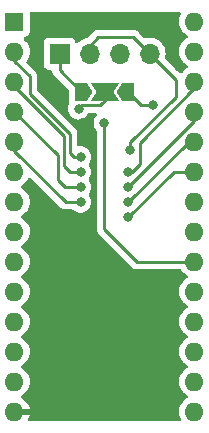
<source format=gbr>
%TF.GenerationSoftware,KiCad,Pcbnew,(6.0.11)*%
%TF.CreationDate,2024-01-03T21:38:51+00:00*%
%TF.ProjectId,BBCB-SWROM-32,42424342-2d53-4575-924f-4d2d33322e6b,rev?*%
%TF.SameCoordinates,Original*%
%TF.FileFunction,Copper,L2,Bot*%
%TF.FilePolarity,Positive*%
%FSLAX46Y46*%
G04 Gerber Fmt 4.6, Leading zero omitted, Abs format (unit mm)*
G04 Created by KiCad (PCBNEW (6.0.11)) date 2024-01-03 21:38:51*
%MOMM*%
%LPD*%
G01*
G04 APERTURE LIST*
G04 Aperture macros list*
%AMFreePoly0*
4,1,6,1.000000,0.000000,0.500000,-0.750000,-0.500000,-0.750000,-0.500000,0.750000,0.500000,0.750000,1.000000,0.000000,1.000000,0.000000,$1*%
%AMFreePoly1*
4,1,7,0.700000,0.000000,1.200000,-0.750000,-1.200000,-0.750000,-0.700000,0.000000,-1.200000,0.750000,1.200000,0.750000,0.700000,0.000000,0.700000,0.000000,$1*%
G04 Aperture macros list end*
%TA.AperFunction,ComponentPad*%
%ADD10R,1.600000X1.600000*%
%TD*%
%TA.AperFunction,ComponentPad*%
%ADD11O,1.600000X1.600000*%
%TD*%
%TA.AperFunction,ComponentPad*%
%ADD12R,1.700000X1.700000*%
%TD*%
%TA.AperFunction,ComponentPad*%
%ADD13O,1.700000X1.700000*%
%TD*%
%TA.AperFunction,SMDPad,CuDef*%
%ADD14FreePoly0,0.000000*%
%TD*%
%TA.AperFunction,SMDPad,CuDef*%
%ADD15FreePoly1,0.000000*%
%TD*%
%TA.AperFunction,SMDPad,CuDef*%
%ADD16FreePoly0,180.000000*%
%TD*%
%TA.AperFunction,ViaPad*%
%ADD17C,0.800000*%
%TD*%
%TA.AperFunction,Conductor*%
%ADD18C,0.250000*%
%TD*%
G04 APERTURE END LIST*
D10*
%TO.P,U1,1,A14*%
%TO.N,unconnected-(U1-Pad1)*%
X145500000Y-69755000D03*
D11*
%TO.P,U1,2,A12*%
%TO.N,/A12*%
X145500000Y-72295000D03*
%TO.P,U1,3,A7*%
%TO.N,/A7*%
X145500000Y-74835000D03*
%TO.P,U1,4,A6*%
%TO.N,/A6*%
X145500000Y-77375000D03*
%TO.P,U1,5,A5*%
%TO.N,/A5*%
X145500000Y-79915000D03*
%TO.P,U1,6,A4*%
%TO.N,/A4*%
X145500000Y-82455000D03*
%TO.P,U1,7,A3*%
%TO.N,/A3*%
X145500000Y-84995000D03*
%TO.P,U1,8,A2*%
%TO.N,/A2*%
X145500000Y-87535000D03*
%TO.P,U1,9,A1*%
%TO.N,/A1*%
X145500000Y-90075000D03*
%TO.P,U1,10,A0*%
%TO.N,/A0*%
X145500000Y-92615000D03*
%TO.P,U1,11,DQ0*%
%TO.N,/DQ0*%
X145500000Y-95155000D03*
%TO.P,U1,12,DQ1*%
%TO.N,/DQ1*%
X145500000Y-97695000D03*
%TO.P,U1,13,DQ2*%
%TO.N,/DQ2*%
X145500000Y-100235000D03*
%TO.P,U1,14,VSS*%
%TO.N,GND*%
X145500000Y-102775000D03*
%TO.P,U1,15,DQ3*%
%TO.N,/DQ3*%
X160740000Y-102775000D03*
%TO.P,U1,16,DQ4*%
%TO.N,/DQ4*%
X160740000Y-100235000D03*
%TO.P,U1,17,DQ5*%
%TO.N,/DQ5*%
X160740000Y-97695000D03*
%TO.P,U1,18,DQ6*%
%TO.N,/DQ6*%
X160740000Y-95155000D03*
%TO.P,U1,19,DQ7*%
%TO.N,/DQ7*%
X160740000Y-92615000D03*
%TO.P,U1,20,~{CE}*%
%TO.N,/CE*%
X160740000Y-90075000D03*
%TO.P,U1,21,A10*%
%TO.N,/A10*%
X160740000Y-87535000D03*
%TO.P,U1,22,~{OE}*%
%TO.N,/OE*%
X160740000Y-84995000D03*
%TO.P,U1,23,A11*%
%TO.N,/A11*%
X160740000Y-82455000D03*
%TO.P,U1,24,A9*%
%TO.N,/A9*%
X160740000Y-79915000D03*
%TO.P,U1,25,A8*%
%TO.N,/A8*%
X160740000Y-77375000D03*
%TO.P,U1,26,A13*%
%TO.N,/A13*%
X160740000Y-74835000D03*
%TO.P,U1,27,~{WE}*%
%TO.N,unconnected-(U1-Pad27)*%
X160740000Y-72295000D03*
%TO.P,U1,28,VDD*%
%TO.N,+5V*%
X160740000Y-69755000D03*
%TD*%
D12*
%TO.P,J1,1,Pin_1*%
%TO.N,/nPhi1*%
X149325000Y-72475000D03*
D13*
%TO.P,J1,2,Pin_2*%
%TO.N,/WE*%
X151865000Y-72475000D03*
%TO.P,J1,3,Pin_3*%
%TO.N,/A14*%
X154405000Y-72475000D03*
%TO.P,J1,4,Pin_4*%
%TO.N,/WE*%
X156945000Y-72475000D03*
%TD*%
D14*
%TO.P,JP1,1,A*%
%TO.N,/nPhi1*%
X151135000Y-75700000D03*
D15*
%TO.P,JP1,2,C*%
%TO.N,Net-(JP1-Pad2)*%
X153135000Y-75700000D03*
D16*
%TO.P,JP1,3,B*%
%TO.N,/OE*%
X155135000Y-75700000D03*
%TD*%
D17*
%TO.N,/A12*%
X151100000Y-81215000D03*
%TO.N,/A7*%
X151100000Y-82485000D03*
%TO.N,/A6*%
X151100000Y-83755000D03*
%TO.N,/A5*%
X151100000Y-85025000D03*
%TO.N,GND*%
X159470000Y-73560000D03*
X151190000Y-78360000D03*
X150240000Y-96480000D03*
%TO.N,/CE*%
X153110000Y-78310000D03*
%TO.N,/OE*%
X157255000Y-76815000D03*
%TO.N,/A11*%
X155150000Y-86295000D03*
%TO.N,/A9*%
X155150000Y-85025000D03*
%TO.N,/A8*%
X155150000Y-83755000D03*
%TO.N,/A13*%
X155150000Y-82485000D03*
%TO.N,Net-(JP1-Pad2)*%
X150930000Y-77140000D03*
%TO.N,/WE*%
X155300000Y-80630000D03*
%TD*%
D18*
%TO.N,/A12*%
X145500000Y-72295000D02*
X145500000Y-73100000D01*
X150515000Y-81215000D02*
X151100000Y-81215000D01*
X145500000Y-73100000D02*
X146780000Y-74380000D01*
X150200000Y-80900000D02*
X150515000Y-81215000D01*
X146780000Y-74380000D02*
X146780000Y-75860000D01*
X146780000Y-75860000D02*
X150200000Y-79280000D01*
X150200000Y-79280000D02*
X150200000Y-80900000D01*
%TO.N,/A7*%
X145500000Y-75250000D02*
X149700000Y-79450000D01*
X150185000Y-82485000D02*
X151100000Y-82485000D01*
X145500000Y-74835000D02*
X145500000Y-75250000D01*
X149700000Y-79450000D02*
X149700000Y-82000000D01*
X149700000Y-82000000D02*
X150185000Y-82485000D01*
%TO.N,/A6*%
X145500000Y-77375000D02*
X149200000Y-81075000D01*
X149200000Y-83200000D02*
X149755000Y-83755000D01*
X149200000Y-81075000D02*
X149200000Y-83200000D01*
X149755000Y-83755000D02*
X151100000Y-83755000D01*
%TO.N,/A5*%
X145500000Y-79915000D02*
X145500000Y-80700000D01*
X145500000Y-80700000D02*
X149825000Y-85025000D01*
X149825000Y-85025000D02*
X151100000Y-85025000D01*
%TO.N,/CE*%
X160740000Y-90075000D02*
X155845000Y-90075000D01*
X154040000Y-88270000D02*
X153110000Y-87340000D01*
X153110000Y-87340000D02*
X153110000Y-78310000D01*
X155845000Y-90075000D02*
X154040000Y-88270000D01*
%TO.N,/OE*%
X157255000Y-76815000D02*
X156250000Y-76815000D01*
X156250000Y-76815000D02*
X155135000Y-75700000D01*
%TO.N,/A11*%
X158990000Y-82455000D02*
X155150000Y-86295000D01*
X160740000Y-82455000D02*
X158990000Y-82455000D01*
%TO.N,/A9*%
X160740000Y-79915000D02*
X160260000Y-79915000D01*
X160260000Y-79915000D02*
X155150000Y-85025000D01*
%TO.N,/A8*%
X160740000Y-78165000D02*
X155150000Y-83755000D01*
X160740000Y-77375000D02*
X160740000Y-78165000D01*
%TO.N,/A13*%
X156100000Y-81850000D02*
X155465000Y-82485000D01*
X156100000Y-80030000D02*
X156100000Y-81850000D01*
X160740000Y-75390000D02*
X156100000Y-80030000D01*
X160740000Y-74835000D02*
X160740000Y-75390000D01*
X155465000Y-82485000D02*
X155150000Y-82485000D01*
%TO.N,/nPhi1*%
X149325000Y-73890000D02*
X151135000Y-75700000D01*
X149325000Y-72475000D02*
X149325000Y-73890000D01*
%TO.N,Net-(JP1-Pad2)*%
X152940000Y-76670000D02*
X152770000Y-76840000D01*
X153135000Y-75700000D02*
X153135000Y-76475000D01*
X151230000Y-76840000D02*
X150930000Y-77140000D01*
X151390000Y-76840000D02*
X151230000Y-76840000D01*
X153135000Y-76475000D02*
X152940000Y-76670000D01*
X152770000Y-76840000D02*
X151390000Y-76840000D01*
%TO.N,/WE*%
X152600000Y-71090000D02*
X155560000Y-71090000D01*
X151865000Y-72475000D02*
X151865000Y-71825000D01*
X155560000Y-71090000D02*
X156945000Y-72475000D01*
X159150000Y-74680000D02*
X159150000Y-76130000D01*
X155300000Y-79980000D02*
X155300000Y-80630000D01*
X156945000Y-72475000D02*
X159150000Y-74680000D01*
X159150000Y-76130000D02*
X155300000Y-79980000D01*
X151865000Y-71825000D02*
X152600000Y-71090000D01*
%TD*%
%TA.AperFunction,Conductor*%
%TO.N,GND*%
G36*
X159556692Y-68938502D02*
G01*
X159603185Y-68992158D01*
X159613289Y-69062432D01*
X159601118Y-69097617D01*
X159602477Y-69098251D01*
X159505716Y-69305757D01*
X159446457Y-69526913D01*
X159426502Y-69755000D01*
X159446457Y-69983087D01*
X159505716Y-70204243D01*
X159508039Y-70209224D01*
X159508039Y-70209225D01*
X159600151Y-70406762D01*
X159600154Y-70406767D01*
X159602477Y-70411749D01*
X159646377Y-70474444D01*
X159728039Y-70591069D01*
X159733802Y-70599300D01*
X159895700Y-70761198D01*
X159900208Y-70764355D01*
X159900211Y-70764357D01*
X159941542Y-70793297D01*
X160083251Y-70892523D01*
X160088233Y-70894846D01*
X160088238Y-70894849D01*
X160122457Y-70910805D01*
X160175742Y-70957722D01*
X160195203Y-71025999D01*
X160174661Y-71093959D01*
X160122457Y-71139195D01*
X160088238Y-71155151D01*
X160088233Y-71155154D01*
X160083251Y-71157477D01*
X160051412Y-71179771D01*
X159900211Y-71285643D01*
X159900208Y-71285645D01*
X159895700Y-71288802D01*
X159733802Y-71450700D01*
X159730645Y-71455208D01*
X159730643Y-71455211D01*
X159711976Y-71481870D01*
X159602477Y-71638251D01*
X159600154Y-71643233D01*
X159600151Y-71643238D01*
X159526269Y-71801680D01*
X159505716Y-71845757D01*
X159446457Y-72066913D01*
X159426502Y-72295000D01*
X159446457Y-72523087D01*
X159505716Y-72744243D01*
X159508039Y-72749224D01*
X159508039Y-72749225D01*
X159600151Y-72946762D01*
X159600154Y-72946767D01*
X159602477Y-72951749D01*
X159733802Y-73139300D01*
X159895700Y-73301198D01*
X159900208Y-73304355D01*
X159900211Y-73304357D01*
X159971526Y-73354292D01*
X160083251Y-73432523D01*
X160088233Y-73434846D01*
X160088238Y-73434849D01*
X160122457Y-73450805D01*
X160175742Y-73497722D01*
X160195203Y-73565999D01*
X160174661Y-73633959D01*
X160122457Y-73679195D01*
X160088238Y-73695151D01*
X160088233Y-73695154D01*
X160083251Y-73697477D01*
X159979351Y-73770229D01*
X159900211Y-73825643D01*
X159900208Y-73825645D01*
X159895700Y-73828802D01*
X159733802Y-73990700D01*
X159730645Y-73995208D01*
X159730643Y-73995211D01*
X159664586Y-74089550D01*
X159609129Y-74133878D01*
X159538509Y-74141187D01*
X159472278Y-74106374D01*
X158895189Y-73529284D01*
X158296218Y-72930313D01*
X158262192Y-72868001D01*
X158264755Y-72804589D01*
X158275865Y-72768022D01*
X158277370Y-72763069D01*
X158306529Y-72541590D01*
X158308156Y-72475000D01*
X158289852Y-72252361D01*
X158235431Y-72035702D01*
X158146354Y-71830840D01*
X158025014Y-71643277D01*
X157874670Y-71478051D01*
X157870619Y-71474852D01*
X157870615Y-71474848D01*
X157703414Y-71342800D01*
X157703410Y-71342798D01*
X157699359Y-71339598D01*
X157503789Y-71231638D01*
X157498920Y-71229914D01*
X157498916Y-71229912D01*
X157298087Y-71158795D01*
X157298083Y-71158794D01*
X157293212Y-71157069D01*
X157288119Y-71156162D01*
X157288116Y-71156161D01*
X157078373Y-71118800D01*
X157078367Y-71118799D01*
X157073284Y-71117894D01*
X156999452Y-71116992D01*
X156855081Y-71115228D01*
X156855079Y-71115228D01*
X156849911Y-71115165D01*
X156629091Y-71148955D01*
X156616532Y-71153060D01*
X156545568Y-71155210D01*
X156488294Y-71122389D01*
X156063652Y-70697747D01*
X156056112Y-70689461D01*
X156052000Y-70682982D01*
X156033188Y-70665316D01*
X156002349Y-70636357D01*
X155999507Y-70633602D01*
X155979770Y-70613865D01*
X155976573Y-70611385D01*
X155967551Y-70603680D01*
X155954122Y-70591069D01*
X155935321Y-70573414D01*
X155928375Y-70569595D01*
X155928372Y-70569593D01*
X155917566Y-70563652D01*
X155901047Y-70552801D01*
X155900583Y-70552441D01*
X155885041Y-70540386D01*
X155877772Y-70537241D01*
X155877768Y-70537238D01*
X155844463Y-70522826D01*
X155833813Y-70517609D01*
X155795060Y-70496305D01*
X155775437Y-70491267D01*
X155756734Y-70484863D01*
X155745420Y-70479967D01*
X155745419Y-70479967D01*
X155738145Y-70476819D01*
X155730322Y-70475580D01*
X155730312Y-70475577D01*
X155694476Y-70469901D01*
X155682856Y-70467495D01*
X155647711Y-70458472D01*
X155647710Y-70458472D01*
X155640030Y-70456500D01*
X155619776Y-70456500D01*
X155600065Y-70454949D01*
X155587886Y-70453020D01*
X155580057Y-70451780D01*
X155550786Y-70454547D01*
X155536039Y-70455941D01*
X155524181Y-70456500D01*
X152678767Y-70456500D01*
X152667584Y-70455973D01*
X152660091Y-70454298D01*
X152652165Y-70454547D01*
X152652164Y-70454547D01*
X152592001Y-70456438D01*
X152588043Y-70456500D01*
X152560144Y-70456500D01*
X152556154Y-70457004D01*
X152544320Y-70457936D01*
X152500111Y-70459326D01*
X152492497Y-70461538D01*
X152492492Y-70461539D01*
X152480659Y-70464977D01*
X152461296Y-70468988D01*
X152441203Y-70471526D01*
X152433836Y-70474443D01*
X152433831Y-70474444D01*
X152400092Y-70487802D01*
X152388865Y-70491646D01*
X152346407Y-70503982D01*
X152339581Y-70508019D01*
X152328972Y-70514293D01*
X152311224Y-70522988D01*
X152292383Y-70530448D01*
X152285967Y-70535110D01*
X152285966Y-70535110D01*
X152256613Y-70556436D01*
X152246693Y-70562952D01*
X152215465Y-70581420D01*
X152215462Y-70581422D01*
X152208638Y-70585458D01*
X152194317Y-70599779D01*
X152179284Y-70612619D01*
X152162893Y-70624528D01*
X152136516Y-70656413D01*
X152134712Y-70658593D01*
X152126722Y-70667374D01*
X151691699Y-71102396D01*
X151629387Y-71136421D01*
X151621667Y-71137849D01*
X151549091Y-71148955D01*
X151336756Y-71218357D01*
X151306443Y-71234137D01*
X151193947Y-71292699D01*
X151138607Y-71321507D01*
X151134474Y-71324610D01*
X151134471Y-71324612D01*
X150964100Y-71452530D01*
X150959965Y-71455635D01*
X150903537Y-71514684D01*
X150879283Y-71540064D01*
X150817759Y-71575494D01*
X150746846Y-71572037D01*
X150689060Y-71530791D01*
X150670207Y-71497243D01*
X150628767Y-71386703D01*
X150625615Y-71378295D01*
X150538261Y-71261739D01*
X150421705Y-71174385D01*
X150285316Y-71123255D01*
X150223134Y-71116500D01*
X148426866Y-71116500D01*
X148364684Y-71123255D01*
X148228295Y-71174385D01*
X148111739Y-71261739D01*
X148024385Y-71378295D01*
X147973255Y-71514684D01*
X147966500Y-71576866D01*
X147966500Y-73373134D01*
X147973255Y-73435316D01*
X148024385Y-73571705D01*
X148111739Y-73688261D01*
X148228295Y-73775615D01*
X148364684Y-73826745D01*
X148426866Y-73833500D01*
X148567309Y-73833500D01*
X148635430Y-73853502D01*
X148681923Y-73907158D01*
X148693247Y-73955540D01*
X148694327Y-73989889D01*
X148699978Y-74009339D01*
X148703987Y-74028700D01*
X148706526Y-74048797D01*
X148709445Y-74056168D01*
X148709445Y-74056170D01*
X148722804Y-74089912D01*
X148726649Y-74101142D01*
X148736200Y-74134016D01*
X148738982Y-74143593D01*
X148743015Y-74150412D01*
X148743017Y-74150417D01*
X148749293Y-74161028D01*
X148757988Y-74178776D01*
X148765448Y-74197617D01*
X148770110Y-74204033D01*
X148770110Y-74204034D01*
X148791436Y-74233387D01*
X148797952Y-74243307D01*
X148815213Y-74272493D01*
X148820458Y-74281362D01*
X148834779Y-74295683D01*
X148847619Y-74310716D01*
X148859528Y-74327107D01*
X148870550Y-74336225D01*
X148893605Y-74355298D01*
X148902384Y-74363288D01*
X150084366Y-75545270D01*
X150118392Y-75607582D01*
X150121271Y-75634365D01*
X150121271Y-76450000D01*
X150126500Y-76523111D01*
X150128404Y-76529594D01*
X150148590Y-76598343D01*
X150148590Y-76669339D01*
X150136814Y-76696839D01*
X150095473Y-76768444D01*
X150036458Y-76950072D01*
X150035768Y-76956633D01*
X150035768Y-76956635D01*
X150034720Y-76966608D01*
X150016496Y-77140000D01*
X150017186Y-77146565D01*
X150035752Y-77323207D01*
X150036458Y-77329928D01*
X150095473Y-77511556D01*
X150098776Y-77517278D01*
X150098777Y-77517279D01*
X150101943Y-77522763D01*
X150190960Y-77676944D01*
X150195378Y-77681851D01*
X150195379Y-77681852D01*
X150314325Y-77813955D01*
X150318747Y-77818866D01*
X150473248Y-77931118D01*
X150479276Y-77933802D01*
X150479278Y-77933803D01*
X150641681Y-78006109D01*
X150647712Y-78008794D01*
X150741113Y-78028647D01*
X150828056Y-78047128D01*
X150828061Y-78047128D01*
X150834513Y-78048500D01*
X151025487Y-78048500D01*
X151031939Y-78047128D01*
X151031944Y-78047128D01*
X151118887Y-78028647D01*
X151212288Y-78008794D01*
X151218319Y-78006109D01*
X151380722Y-77933803D01*
X151380724Y-77933802D01*
X151386752Y-77931118D01*
X151541253Y-77818866D01*
X151545675Y-77813955D01*
X151664621Y-77681852D01*
X151664622Y-77681851D01*
X151669040Y-77676944D01*
X151672339Y-77671231D01*
X151672342Y-77671226D01*
X151750126Y-77536500D01*
X151801509Y-77487507D01*
X151859245Y-77473500D01*
X152357681Y-77473500D01*
X152425802Y-77493502D01*
X152472295Y-77547158D01*
X152482399Y-77617432D01*
X152451317Y-77683810D01*
X152401840Y-77738760D01*
X152370960Y-77773056D01*
X152367659Y-77778774D01*
X152279703Y-77931118D01*
X152275473Y-77938444D01*
X152216458Y-78120072D01*
X152196496Y-78310000D01*
X152216458Y-78499928D01*
X152275473Y-78681556D01*
X152370960Y-78846944D01*
X152444137Y-78928215D01*
X152474853Y-78992221D01*
X152476500Y-79012524D01*
X152476500Y-87261233D01*
X152475973Y-87272416D01*
X152474298Y-87279909D01*
X152474547Y-87287835D01*
X152474547Y-87287836D01*
X152476438Y-87347986D01*
X152476500Y-87351945D01*
X152476500Y-87379856D01*
X152476997Y-87383790D01*
X152476997Y-87383791D01*
X152477005Y-87383856D01*
X152477938Y-87395693D01*
X152479327Y-87439889D01*
X152484978Y-87459339D01*
X152488987Y-87478700D01*
X152491526Y-87498797D01*
X152494445Y-87506168D01*
X152494445Y-87506170D01*
X152507804Y-87539912D01*
X152511649Y-87551142D01*
X152523982Y-87593593D01*
X152528015Y-87600412D01*
X152528017Y-87600417D01*
X152534293Y-87611028D01*
X152542988Y-87628776D01*
X152550448Y-87647617D01*
X152555110Y-87654033D01*
X152555110Y-87654034D01*
X152576436Y-87683387D01*
X152582952Y-87693307D01*
X152605458Y-87731362D01*
X152619779Y-87745683D01*
X152632619Y-87760716D01*
X152644528Y-87777107D01*
X152650634Y-87782158D01*
X152678605Y-87805298D01*
X152687384Y-87813288D01*
X155341343Y-90467247D01*
X155348887Y-90475537D01*
X155353000Y-90482018D01*
X155358777Y-90487443D01*
X155402667Y-90528658D01*
X155405509Y-90531413D01*
X155425230Y-90551134D01*
X155428425Y-90553612D01*
X155437447Y-90561318D01*
X155469679Y-90591586D01*
X155476628Y-90595406D01*
X155487432Y-90601346D01*
X155503956Y-90612199D01*
X155519959Y-90624613D01*
X155560543Y-90642176D01*
X155571173Y-90647383D01*
X155609940Y-90668695D01*
X155617617Y-90670666D01*
X155617622Y-90670668D01*
X155629558Y-90673732D01*
X155648266Y-90680137D01*
X155666855Y-90688181D01*
X155674680Y-90689420D01*
X155674682Y-90689421D01*
X155710519Y-90695097D01*
X155722140Y-90697504D01*
X155757289Y-90706528D01*
X155764970Y-90708500D01*
X155785231Y-90708500D01*
X155804940Y-90710051D01*
X155824943Y-90713219D01*
X155832835Y-90712473D01*
X155838062Y-90711979D01*
X155868954Y-90709059D01*
X155880811Y-90708500D01*
X159520606Y-90708500D01*
X159588727Y-90728502D01*
X159623819Y-90762229D01*
X159733802Y-90919300D01*
X159895700Y-91081198D01*
X159900208Y-91084355D01*
X159900211Y-91084357D01*
X159978389Y-91139098D01*
X160083251Y-91212523D01*
X160088233Y-91214846D01*
X160088238Y-91214849D01*
X160122457Y-91230805D01*
X160175742Y-91277722D01*
X160195203Y-91345999D01*
X160174661Y-91413959D01*
X160122457Y-91459195D01*
X160088238Y-91475151D01*
X160088233Y-91475154D01*
X160083251Y-91477477D01*
X159978389Y-91550902D01*
X159900211Y-91605643D01*
X159900208Y-91605645D01*
X159895700Y-91608802D01*
X159733802Y-91770700D01*
X159602477Y-91958251D01*
X159600154Y-91963233D01*
X159600151Y-91963238D01*
X159508039Y-92160775D01*
X159505716Y-92165757D01*
X159446457Y-92386913D01*
X159426502Y-92615000D01*
X159446457Y-92843087D01*
X159505716Y-93064243D01*
X159508039Y-93069224D01*
X159508039Y-93069225D01*
X159600151Y-93266762D01*
X159600154Y-93266767D01*
X159602477Y-93271749D01*
X159733802Y-93459300D01*
X159895700Y-93621198D01*
X159900208Y-93624355D01*
X159900211Y-93624357D01*
X159978389Y-93679098D01*
X160083251Y-93752523D01*
X160088233Y-93754846D01*
X160088238Y-93754849D01*
X160122457Y-93770805D01*
X160175742Y-93817722D01*
X160195203Y-93885999D01*
X160174661Y-93953959D01*
X160122457Y-93999195D01*
X160088238Y-94015151D01*
X160088233Y-94015154D01*
X160083251Y-94017477D01*
X159978389Y-94090902D01*
X159900211Y-94145643D01*
X159900208Y-94145645D01*
X159895700Y-94148802D01*
X159733802Y-94310700D01*
X159602477Y-94498251D01*
X159600154Y-94503233D01*
X159600151Y-94503238D01*
X159508039Y-94700775D01*
X159505716Y-94705757D01*
X159446457Y-94926913D01*
X159426502Y-95155000D01*
X159446457Y-95383087D01*
X159505716Y-95604243D01*
X159508039Y-95609224D01*
X159508039Y-95609225D01*
X159600151Y-95806762D01*
X159600154Y-95806767D01*
X159602477Y-95811749D01*
X159733802Y-95999300D01*
X159895700Y-96161198D01*
X159900208Y-96164355D01*
X159900211Y-96164357D01*
X159978389Y-96219098D01*
X160083251Y-96292523D01*
X160088233Y-96294846D01*
X160088238Y-96294849D01*
X160122457Y-96310805D01*
X160175742Y-96357722D01*
X160195203Y-96425999D01*
X160174661Y-96493959D01*
X160122457Y-96539195D01*
X160088238Y-96555151D01*
X160088233Y-96555154D01*
X160083251Y-96557477D01*
X159978389Y-96630902D01*
X159900211Y-96685643D01*
X159900208Y-96685645D01*
X159895700Y-96688802D01*
X159733802Y-96850700D01*
X159602477Y-97038251D01*
X159600154Y-97043233D01*
X159600151Y-97043238D01*
X159508039Y-97240775D01*
X159505716Y-97245757D01*
X159446457Y-97466913D01*
X159426502Y-97695000D01*
X159446457Y-97923087D01*
X159505716Y-98144243D01*
X159508039Y-98149224D01*
X159508039Y-98149225D01*
X159600151Y-98346762D01*
X159600154Y-98346767D01*
X159602477Y-98351749D01*
X159733802Y-98539300D01*
X159895700Y-98701198D01*
X159900208Y-98704355D01*
X159900211Y-98704357D01*
X159978389Y-98759098D01*
X160083251Y-98832523D01*
X160088233Y-98834846D01*
X160088238Y-98834849D01*
X160122457Y-98850805D01*
X160175742Y-98897722D01*
X160195203Y-98965999D01*
X160174661Y-99033959D01*
X160122457Y-99079195D01*
X160088238Y-99095151D01*
X160088233Y-99095154D01*
X160083251Y-99097477D01*
X159978389Y-99170902D01*
X159900211Y-99225643D01*
X159900208Y-99225645D01*
X159895700Y-99228802D01*
X159733802Y-99390700D01*
X159602477Y-99578251D01*
X159600154Y-99583233D01*
X159600151Y-99583238D01*
X159508039Y-99780775D01*
X159505716Y-99785757D01*
X159446457Y-100006913D01*
X159426502Y-100235000D01*
X159446457Y-100463087D01*
X159505716Y-100684243D01*
X159508039Y-100689224D01*
X159508039Y-100689225D01*
X159600151Y-100886762D01*
X159600154Y-100886767D01*
X159602477Y-100891749D01*
X159733802Y-101079300D01*
X159895700Y-101241198D01*
X159900208Y-101244355D01*
X159900211Y-101244357D01*
X159978389Y-101299098D01*
X160083251Y-101372523D01*
X160088233Y-101374846D01*
X160088238Y-101374849D01*
X160122457Y-101390805D01*
X160175742Y-101437722D01*
X160195203Y-101505999D01*
X160174661Y-101573959D01*
X160122457Y-101619195D01*
X160088238Y-101635151D01*
X160088233Y-101635154D01*
X160083251Y-101637477D01*
X159978389Y-101710902D01*
X159900211Y-101765643D01*
X159900208Y-101765645D01*
X159895700Y-101768802D01*
X159733802Y-101930700D01*
X159602477Y-102118251D01*
X159600154Y-102123233D01*
X159600151Y-102123238D01*
X159600034Y-102123489D01*
X159505716Y-102325757D01*
X159504294Y-102331065D01*
X159504293Y-102331067D01*
X159447881Y-102541598D01*
X159446457Y-102546913D01*
X159426502Y-102775000D01*
X159446457Y-103003087D01*
X159505716Y-103224243D01*
X159508039Y-103229224D01*
X159508039Y-103229225D01*
X159593385Y-103412250D01*
X159604046Y-103482442D01*
X159575066Y-103547254D01*
X159515646Y-103586111D01*
X159479190Y-103591500D01*
X146760259Y-103591500D01*
X146692138Y-103571498D01*
X146645645Y-103517842D01*
X146635541Y-103447568D01*
X146646064Y-103412250D01*
X146731490Y-103229053D01*
X146735236Y-103218761D01*
X146781394Y-103046497D01*
X146781058Y-103032401D01*
X146773116Y-103029000D01*
X145372000Y-103029000D01*
X145303879Y-103008998D01*
X145257386Y-102955342D01*
X145246000Y-102903000D01*
X145246000Y-102647000D01*
X145266002Y-102578879D01*
X145319658Y-102532386D01*
X145372000Y-102521000D01*
X146767967Y-102521000D01*
X146781498Y-102517027D01*
X146782727Y-102508478D01*
X146735236Y-102331239D01*
X146731490Y-102320947D01*
X146639414Y-102123489D01*
X146633931Y-102113993D01*
X146508972Y-101935533D01*
X146501916Y-101927125D01*
X146347875Y-101773084D01*
X146339467Y-101766028D01*
X146161007Y-101641069D01*
X146151511Y-101635586D01*
X146116951Y-101619471D01*
X146063666Y-101572554D01*
X146044205Y-101504277D01*
X146064747Y-101436317D01*
X146116951Y-101391081D01*
X146151762Y-101374849D01*
X146151767Y-101374846D01*
X146156749Y-101372523D01*
X146261611Y-101299098D01*
X146339789Y-101244357D01*
X146339792Y-101244355D01*
X146344300Y-101241198D01*
X146506198Y-101079300D01*
X146637523Y-100891749D01*
X146639846Y-100886767D01*
X146639849Y-100886762D01*
X146731961Y-100689225D01*
X146731961Y-100689224D01*
X146734284Y-100684243D01*
X146793543Y-100463087D01*
X146813498Y-100235000D01*
X146793543Y-100006913D01*
X146734284Y-99785757D01*
X146731961Y-99780775D01*
X146639849Y-99583238D01*
X146639846Y-99583233D01*
X146637523Y-99578251D01*
X146506198Y-99390700D01*
X146344300Y-99228802D01*
X146339792Y-99225645D01*
X146339789Y-99225643D01*
X146261611Y-99170902D01*
X146156749Y-99097477D01*
X146151767Y-99095154D01*
X146151762Y-99095151D01*
X146117543Y-99079195D01*
X146064258Y-99032278D01*
X146044797Y-98964001D01*
X146065339Y-98896041D01*
X146117543Y-98850805D01*
X146151762Y-98834849D01*
X146151767Y-98834846D01*
X146156749Y-98832523D01*
X146261611Y-98759098D01*
X146339789Y-98704357D01*
X146339792Y-98704355D01*
X146344300Y-98701198D01*
X146506198Y-98539300D01*
X146637523Y-98351749D01*
X146639846Y-98346767D01*
X146639849Y-98346762D01*
X146731961Y-98149225D01*
X146731961Y-98149224D01*
X146734284Y-98144243D01*
X146793543Y-97923087D01*
X146813498Y-97695000D01*
X146793543Y-97466913D01*
X146734284Y-97245757D01*
X146731961Y-97240775D01*
X146639849Y-97043238D01*
X146639846Y-97043233D01*
X146637523Y-97038251D01*
X146506198Y-96850700D01*
X146344300Y-96688802D01*
X146339792Y-96685645D01*
X146339789Y-96685643D01*
X146261611Y-96630902D01*
X146156749Y-96557477D01*
X146151767Y-96555154D01*
X146151762Y-96555151D01*
X146117543Y-96539195D01*
X146064258Y-96492278D01*
X146044797Y-96424001D01*
X146065339Y-96356041D01*
X146117543Y-96310805D01*
X146151762Y-96294849D01*
X146151767Y-96294846D01*
X146156749Y-96292523D01*
X146261611Y-96219098D01*
X146339789Y-96164357D01*
X146339792Y-96164355D01*
X146344300Y-96161198D01*
X146506198Y-95999300D01*
X146637523Y-95811749D01*
X146639846Y-95806767D01*
X146639849Y-95806762D01*
X146731961Y-95609225D01*
X146731961Y-95609224D01*
X146734284Y-95604243D01*
X146793543Y-95383087D01*
X146813498Y-95155000D01*
X146793543Y-94926913D01*
X146734284Y-94705757D01*
X146731961Y-94700775D01*
X146639849Y-94503238D01*
X146639846Y-94503233D01*
X146637523Y-94498251D01*
X146506198Y-94310700D01*
X146344300Y-94148802D01*
X146339792Y-94145645D01*
X146339789Y-94145643D01*
X146261611Y-94090902D01*
X146156749Y-94017477D01*
X146151767Y-94015154D01*
X146151762Y-94015151D01*
X146117543Y-93999195D01*
X146064258Y-93952278D01*
X146044797Y-93884001D01*
X146065339Y-93816041D01*
X146117543Y-93770805D01*
X146151762Y-93754849D01*
X146151767Y-93754846D01*
X146156749Y-93752523D01*
X146261611Y-93679098D01*
X146339789Y-93624357D01*
X146339792Y-93624355D01*
X146344300Y-93621198D01*
X146506198Y-93459300D01*
X146637523Y-93271749D01*
X146639846Y-93266767D01*
X146639849Y-93266762D01*
X146731961Y-93069225D01*
X146731961Y-93069224D01*
X146734284Y-93064243D01*
X146793543Y-92843087D01*
X146813498Y-92615000D01*
X146793543Y-92386913D01*
X146734284Y-92165757D01*
X146731961Y-92160775D01*
X146639849Y-91963238D01*
X146639846Y-91963233D01*
X146637523Y-91958251D01*
X146506198Y-91770700D01*
X146344300Y-91608802D01*
X146339792Y-91605645D01*
X146339789Y-91605643D01*
X146261611Y-91550902D01*
X146156749Y-91477477D01*
X146151767Y-91475154D01*
X146151762Y-91475151D01*
X146117543Y-91459195D01*
X146064258Y-91412278D01*
X146044797Y-91344001D01*
X146065339Y-91276041D01*
X146117543Y-91230805D01*
X146151762Y-91214849D01*
X146151767Y-91214846D01*
X146156749Y-91212523D01*
X146261611Y-91139098D01*
X146339789Y-91084357D01*
X146339792Y-91084355D01*
X146344300Y-91081198D01*
X146506198Y-90919300D01*
X146637523Y-90731749D01*
X146639846Y-90726767D01*
X146639849Y-90726762D01*
X146731961Y-90529225D01*
X146731961Y-90529224D01*
X146734284Y-90524243D01*
X146793543Y-90303087D01*
X146813498Y-90075000D01*
X146793543Y-89846913D01*
X146734284Y-89625757D01*
X146731961Y-89620775D01*
X146639849Y-89423238D01*
X146639846Y-89423233D01*
X146637523Y-89418251D01*
X146506198Y-89230700D01*
X146344300Y-89068802D01*
X146339792Y-89065645D01*
X146339789Y-89065643D01*
X146261611Y-89010902D01*
X146156749Y-88937477D01*
X146151767Y-88935154D01*
X146151762Y-88935151D01*
X146117543Y-88919195D01*
X146064258Y-88872278D01*
X146044797Y-88804001D01*
X146065339Y-88736041D01*
X146117543Y-88690805D01*
X146151762Y-88674849D01*
X146151767Y-88674846D01*
X146156749Y-88672523D01*
X146261611Y-88599098D01*
X146339789Y-88544357D01*
X146339792Y-88544355D01*
X146344300Y-88541198D01*
X146506198Y-88379300D01*
X146637523Y-88191749D01*
X146639846Y-88186767D01*
X146639849Y-88186762D01*
X146731961Y-87989225D01*
X146731961Y-87989224D01*
X146734284Y-87984243D01*
X146793543Y-87763087D01*
X146813498Y-87535000D01*
X146793543Y-87306913D01*
X146781303Y-87261233D01*
X146735707Y-87091067D01*
X146735706Y-87091065D01*
X146734284Y-87085757D01*
X146706141Y-87025404D01*
X146639849Y-86883238D01*
X146639846Y-86883233D01*
X146637523Y-86878251D01*
X146506198Y-86690700D01*
X146344300Y-86528802D01*
X146339792Y-86525645D01*
X146339789Y-86525643D01*
X146261611Y-86470902D01*
X146156749Y-86397477D01*
X146151767Y-86395154D01*
X146151762Y-86395151D01*
X146117543Y-86379195D01*
X146064258Y-86332278D01*
X146044797Y-86264001D01*
X146065339Y-86196041D01*
X146117543Y-86150805D01*
X146151762Y-86134849D01*
X146151767Y-86134846D01*
X146156749Y-86132523D01*
X146261611Y-86059098D01*
X146339789Y-86004357D01*
X146339792Y-86004355D01*
X146344300Y-86001198D01*
X146506198Y-85839300D01*
X146522431Y-85816118D01*
X146618790Y-85678502D01*
X146637523Y-85651749D01*
X146639846Y-85646767D01*
X146639849Y-85646762D01*
X146731961Y-85449225D01*
X146731961Y-85449224D01*
X146734284Y-85444243D01*
X146739844Y-85423495D01*
X146792119Y-85228402D01*
X146792119Y-85228400D01*
X146793543Y-85223087D01*
X146813498Y-84995000D01*
X146793543Y-84766913D01*
X146763139Y-84653444D01*
X146735707Y-84551067D01*
X146735706Y-84551065D01*
X146734284Y-84545757D01*
X146707378Y-84488056D01*
X146639849Y-84343238D01*
X146639846Y-84343233D01*
X146637523Y-84338251D01*
X146506198Y-84150700D01*
X146344300Y-83988802D01*
X146339792Y-83985645D01*
X146339789Y-83985643D01*
X146261611Y-83930902D01*
X146156749Y-83857477D01*
X146151767Y-83855154D01*
X146151762Y-83855151D01*
X146117543Y-83839195D01*
X146064258Y-83792278D01*
X146044797Y-83724001D01*
X146065339Y-83656041D01*
X146117543Y-83610805D01*
X146151762Y-83594849D01*
X146151767Y-83594846D01*
X146156749Y-83592523D01*
X146261611Y-83519098D01*
X146339789Y-83464357D01*
X146339792Y-83464355D01*
X146344300Y-83461198D01*
X146506198Y-83299300D01*
X146637523Y-83111749D01*
X146639847Y-83106764D01*
X146639851Y-83106758D01*
X146681786Y-83016826D01*
X146728703Y-82963540D01*
X146796980Y-82944079D01*
X146864940Y-82964620D01*
X146885076Y-82980980D01*
X149321343Y-85417247D01*
X149328887Y-85425537D01*
X149333000Y-85432018D01*
X149338777Y-85437443D01*
X149382667Y-85478658D01*
X149385509Y-85481413D01*
X149405231Y-85501135D01*
X149408355Y-85503558D01*
X149408359Y-85503562D01*
X149408424Y-85503612D01*
X149417445Y-85511317D01*
X149449679Y-85541586D01*
X149456627Y-85545405D01*
X149456629Y-85545407D01*
X149467432Y-85551346D01*
X149483959Y-85562202D01*
X149493698Y-85569757D01*
X149493700Y-85569758D01*
X149499960Y-85574614D01*
X149540540Y-85592174D01*
X149551188Y-85597391D01*
X149589940Y-85618695D01*
X149597616Y-85620666D01*
X149597619Y-85620667D01*
X149609562Y-85623733D01*
X149628267Y-85630137D01*
X149646855Y-85638181D01*
X149654678Y-85639420D01*
X149654688Y-85639423D01*
X149690524Y-85645099D01*
X149702144Y-85647505D01*
X149737289Y-85656528D01*
X149744970Y-85658500D01*
X149765224Y-85658500D01*
X149784934Y-85660051D01*
X149804943Y-85663220D01*
X149812835Y-85662474D01*
X149848961Y-85659059D01*
X149860819Y-85658500D01*
X150391800Y-85658500D01*
X150459921Y-85678502D01*
X150479147Y-85694843D01*
X150479420Y-85694540D01*
X150484332Y-85698963D01*
X150488747Y-85703866D01*
X150497396Y-85710150D01*
X150544415Y-85744311D01*
X150643248Y-85816118D01*
X150649276Y-85818802D01*
X150649278Y-85818803D01*
X150811681Y-85891109D01*
X150817712Y-85893794D01*
X150911112Y-85913647D01*
X150998056Y-85932128D01*
X150998061Y-85932128D01*
X151004513Y-85933500D01*
X151195487Y-85933500D01*
X151201939Y-85932128D01*
X151201944Y-85932128D01*
X151288888Y-85913647D01*
X151382288Y-85893794D01*
X151388319Y-85891109D01*
X151550722Y-85818803D01*
X151550724Y-85818802D01*
X151556752Y-85816118D01*
X151711253Y-85703866D01*
X151747851Y-85663220D01*
X151834621Y-85566852D01*
X151834625Y-85566847D01*
X151839040Y-85561944D01*
X151897314Y-85461010D01*
X151931223Y-85402279D01*
X151931224Y-85402278D01*
X151934527Y-85396556D01*
X151993542Y-85214928D01*
X152013504Y-85025000D01*
X152010351Y-84995000D01*
X151994232Y-84841635D01*
X151994232Y-84841633D01*
X151993542Y-84835072D01*
X151934527Y-84653444D01*
X151839040Y-84488056D01*
X151826662Y-84474309D01*
X151795946Y-84410303D01*
X151804710Y-84339850D01*
X151826661Y-84305693D01*
X151839040Y-84291944D01*
X151917983Y-84155211D01*
X151931223Y-84132279D01*
X151931224Y-84132278D01*
X151934527Y-84126556D01*
X151993542Y-83944928D01*
X152013504Y-83755000D01*
X152006597Y-83689284D01*
X151994232Y-83571635D01*
X151994232Y-83571633D01*
X151993542Y-83565072D01*
X151934527Y-83383444D01*
X151839040Y-83218056D01*
X151826662Y-83204309D01*
X151795946Y-83140303D01*
X151804710Y-83069850D01*
X151826661Y-83035693D01*
X151839040Y-83021944D01*
X151934527Y-82856556D01*
X151993542Y-82674928D01*
X152013504Y-82485000D01*
X151993542Y-82295072D01*
X151934527Y-82113444D01*
X151839040Y-81948056D01*
X151826662Y-81934309D01*
X151795946Y-81870303D01*
X151804710Y-81799850D01*
X151826661Y-81765693D01*
X151839040Y-81751944D01*
X151917409Y-81616206D01*
X151931223Y-81592279D01*
X151931224Y-81592278D01*
X151934527Y-81586556D01*
X151993542Y-81404928D01*
X152003639Y-81308866D01*
X152012814Y-81221565D01*
X152013504Y-81215000D01*
X152006597Y-81149284D01*
X151994232Y-81031635D01*
X151994232Y-81031633D01*
X151993542Y-81025072D01*
X151934527Y-80843444D01*
X151839040Y-80678056D01*
X151801682Y-80636565D01*
X151715675Y-80541045D01*
X151715674Y-80541044D01*
X151711253Y-80536134D01*
X151556752Y-80423882D01*
X151550724Y-80421198D01*
X151550722Y-80421197D01*
X151388319Y-80348891D01*
X151388318Y-80348891D01*
X151382288Y-80346206D01*
X151288888Y-80326353D01*
X151201944Y-80307872D01*
X151201939Y-80307872D01*
X151195487Y-80306500D01*
X151004513Y-80306500D01*
X150998058Y-80307872D01*
X150998049Y-80307873D01*
X150985694Y-80310499D01*
X150914903Y-80305096D01*
X150858272Y-80262278D01*
X150833779Y-80195639D01*
X150833500Y-80187252D01*
X150833500Y-79358763D01*
X150834027Y-79347579D01*
X150835701Y-79340091D01*
X150833562Y-79272032D01*
X150833500Y-79268075D01*
X150833500Y-79240144D01*
X150832994Y-79236138D01*
X150832061Y-79224292D01*
X150830922Y-79188037D01*
X150830673Y-79180110D01*
X150825022Y-79160658D01*
X150821014Y-79141306D01*
X150819468Y-79129068D01*
X150819467Y-79129066D01*
X150818474Y-79121203D01*
X150802194Y-79080086D01*
X150798359Y-79068885D01*
X150786018Y-79026406D01*
X150781985Y-79019587D01*
X150781983Y-79019582D01*
X150775707Y-79008971D01*
X150767010Y-78991221D01*
X150759552Y-78972383D01*
X150733571Y-78936623D01*
X150727053Y-78926701D01*
X150708578Y-78895460D01*
X150708574Y-78895455D01*
X150704542Y-78888637D01*
X150690218Y-78874313D01*
X150677376Y-78859278D01*
X150671977Y-78851847D01*
X150665472Y-78842893D01*
X150631406Y-78814711D01*
X150622627Y-78806722D01*
X147450405Y-75634500D01*
X147416379Y-75572188D01*
X147413500Y-75545405D01*
X147413500Y-74458763D01*
X147414027Y-74447579D01*
X147415701Y-74440091D01*
X147413562Y-74372032D01*
X147413500Y-74368075D01*
X147413500Y-74340144D01*
X147412994Y-74336138D01*
X147412061Y-74324292D01*
X147410922Y-74288037D01*
X147410673Y-74280110D01*
X147405022Y-74260658D01*
X147401014Y-74241306D01*
X147399467Y-74229063D01*
X147398474Y-74221203D01*
X147394404Y-74210923D01*
X147382200Y-74180097D01*
X147378355Y-74168870D01*
X147377721Y-74166687D01*
X147366018Y-74126407D01*
X147361984Y-74119585D01*
X147361981Y-74119579D01*
X147355706Y-74108968D01*
X147347010Y-74091218D01*
X147342472Y-74079756D01*
X147342469Y-74079751D01*
X147339552Y-74072383D01*
X147322416Y-74048797D01*
X147313573Y-74036625D01*
X147307057Y-74026707D01*
X147288575Y-73995457D01*
X147284542Y-73988637D01*
X147270218Y-73974313D01*
X147257376Y-73959278D01*
X147245472Y-73942893D01*
X147211406Y-73914711D01*
X147202627Y-73906722D01*
X146551721Y-73255816D01*
X146517695Y-73193504D01*
X146522760Y-73122689D01*
X146537603Y-73094451D01*
X146634363Y-72956263D01*
X146634367Y-72956257D01*
X146637523Y-72951749D01*
X146639846Y-72946767D01*
X146639849Y-72946762D01*
X146731961Y-72749225D01*
X146731961Y-72749224D01*
X146734284Y-72744243D01*
X146793543Y-72523087D01*
X146813498Y-72295000D01*
X146793543Y-72066913D01*
X146734284Y-71845757D01*
X146713731Y-71801680D01*
X146639849Y-71643238D01*
X146639846Y-71643233D01*
X146637523Y-71638251D01*
X146528024Y-71481870D01*
X146509357Y-71455211D01*
X146509355Y-71455208D01*
X146506198Y-71450700D01*
X146344300Y-71288802D01*
X146339789Y-71285643D01*
X146335576Y-71282108D01*
X146336527Y-71280974D01*
X146296529Y-71230929D01*
X146289224Y-71160310D01*
X146321258Y-71096951D01*
X146382462Y-71060970D01*
X146399517Y-71057918D01*
X146410316Y-71056745D01*
X146546705Y-71005615D01*
X146663261Y-70918261D01*
X146750615Y-70801705D01*
X146801745Y-70665316D01*
X146808500Y-70603134D01*
X146808500Y-69044500D01*
X146828502Y-68976379D01*
X146882158Y-68929886D01*
X146934500Y-68918500D01*
X159488571Y-68918500D01*
X159556692Y-68938502D01*
G37*
%TD.AperFunction*%
%TD*%
M02*

</source>
